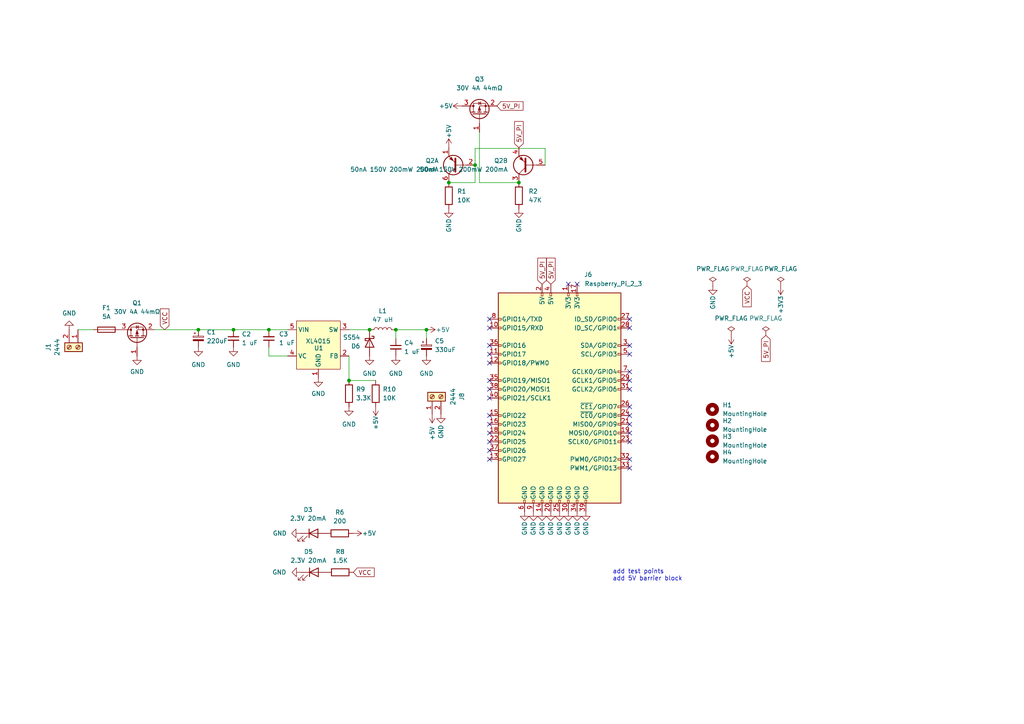
<source format=kicad_sch>
(kicad_sch (version 20211123) (generator eeschema)
  (paper "A4")
  (lib_symbols
    (symbol "Connector:Raspberry_Pi_2_3" (pin_names (offset 1.016))
      (property "Reference" "J" (at -17.78 31.75 0))
      (property "Value" "Raspberry_Pi_2_3" (at 10.16 -31.75 0))
      (symbol "Raspberry_Pi_2_3_0_1"
        (rectangle (start -17.78 30.48) (end 17.78 -30.48) (stroke (width 0.254)) (fill (type background)))
      )
      (symbol "Raspberry_Pi_2_3_1_1"
        (rectangle (start -16.891 -17.526) (end -17.78 -18.034))
        (rectangle (start -16.891 -14.986) (end -17.78 -15.494))
        (rectangle (start -16.891 -12.446) (end -17.78 -12.954))
        (rectangle (start -16.891 -9.906) (end -17.78 -10.414))
        (rectangle (start -16.891 -7.366) (end -17.78 -7.874))
        (rectangle (start -16.891 -4.826) (end -17.78 -5.334))
        (rectangle (start -16.891 0.254) (end -17.78 -0.254))
        (rectangle (start -16.891 2.794) (end -17.78 2.286))
        (rectangle (start -16.891 5.334) (end -17.78 4.826))
        (rectangle (start -16.891 10.414) (end -17.78 9.906))
        (rectangle (start -16.891 12.954) (end -17.78 12.446))
        (rectangle (start -16.891 15.494) (end -17.78 14.986))
        (rectangle (start -16.891 20.574) (end -17.78 20.066))
        (rectangle (start -16.891 23.114) (end -17.78 22.606))
        (rectangle (start -10.414 -29.591) (end -9.906 -30.48))
        (rectangle (start -7.874 -29.591) (end -7.366 -30.48))
        (rectangle (start -5.334 -29.591) (end -4.826 -30.48))
        (rectangle (start -5.334 30.48) (end -4.826 29.591))
        (rectangle (start -2.794 -29.591) (end -2.286 -30.48))
        (rectangle (start -2.794 30.48) (end -2.286 29.591))
        (rectangle (start -0.254 -29.591) (end 0.254 -30.48))
        (rectangle (start 2.286 -29.591) (end 2.794 -30.48))
        (rectangle (start 2.286 30.48) (end 2.794 29.591))
        (rectangle (start 4.826 -29.591) (end 5.334 -30.48))
        (rectangle (start 4.826 30.48) (end 5.334 29.591))
        (rectangle (start 7.366 -29.591) (end 7.874 -30.48))
        (rectangle (start 17.78 -20.066) (end 16.891 -20.574))
        (rectangle (start 17.78 -17.526) (end 16.891 -18.034))
        (rectangle (start 17.78 -12.446) (end 16.891 -12.954))
        (rectangle (start 17.78 -9.906) (end 16.891 -10.414))
        (rectangle (start 17.78 -7.366) (end 16.891 -7.874))
        (rectangle (start 17.78 -4.826) (end 16.891 -5.334))
        (rectangle (start 17.78 -2.286) (end 16.891 -2.794))
        (rectangle (start 17.78 2.794) (end 16.891 2.286))
        (rectangle (start 17.78 5.334) (end 16.891 4.826))
        (rectangle (start 17.78 7.874) (end 16.891 7.366))
        (rectangle (start 17.78 12.954) (end 16.891 12.446))
        (rectangle (start 17.78 15.494) (end 16.891 14.986))
        (rectangle (start 17.78 20.574) (end 16.891 20.066))
        (rectangle (start 17.78 23.114) (end 16.891 22.606))
        (pin power_in line (at 2.54 33.02 270) (length 2.54) (name "3V3") (number "1"))
        (pin bidirectional line (at -20.32 20.32 0) (length 2.54) (name "GPIO15/RXD") (number "10"))
        (pin bidirectional line (at -20.32 12.7 0) (length 2.54) (name "GPIO17") (number "11"))
        (pin bidirectional line (at -20.32 10.16 0) (length 2.54) (name "GPIO18/PWM0") (number "12"))
        (pin bidirectional line (at -20.32 -17.78 0) (length 2.54) (name "GPIO27") (number "13"))
        (pin power_in line (at -5.08 -33.02 90) (length 2.54) (name "GND") (number "14"))
        (pin bidirectional line (at -20.32 -5.08 0) (length 2.54) (name "GPIO22") (number "15"))
        (pin bidirectional line (at -20.32 -7.62 0) (length 2.54) (name "GPIO23") (number "16"))
        (pin power_in line (at 5.08 33.02 270) (length 2.54) (name "3V3") (number "17"))
        (pin bidirectional line (at -20.32 -10.16 0) (length 2.54) (name "GPIO24") (number "18"))
        (pin bidirectional line (at 20.32 -10.16 180) (length 2.54) (name "MOSI0/GPIO10") (number "19"))
        (pin power_in line (at -5.08 33.02 270) (length 2.54) (name "5V") (number "2"))
        (pin power_in line (at -2.54 -33.02 90) (length 2.54) (name "GND") (number "20"))
        (pin bidirectional line (at 20.32 -7.62 180) (length 2.54) (name "MISO0/GPIO9") (number "21"))
        (pin bidirectional line (at -20.32 -12.7 0) (length 2.54) (name "GPIO25") (number "22"))
        (pin bidirectional line (at 20.32 -12.7 180) (length 2.54) (name "SCLK0/GPIO11") (number "23"))
        (pin bidirectional line (at 20.32 -5.08 180) (length 2.54) (name "~{CE0}/GPIO8") (number "24"))
        (pin power_in line (at 0 -33.02 90) (length 2.54) (name "GND") (number "25"))
        (pin bidirectional line (at 20.32 -2.54 180) (length 2.54) (name "~{CE1}/GPIO7") (number "26"))
        (pin bidirectional line (at 20.32 22.86 180) (length 2.54) (name "ID_SD/GPIO0") (number "27"))
        (pin bidirectional line (at 20.32 20.32 180) (length 2.54) (name "ID_SC/GPIO1") (number "28"))
        (pin bidirectional line (at 20.32 5.08 180) (length 2.54) (name "GCLK1/GPIO5") (number "29"))
        (pin bidirectional line (at 20.32 15.24 180) (length 2.54) (name "SDA/GPIO2") (number "3"))
        (pin power_in line (at 2.54 -33.02 90) (length 2.54) (name "GND") (number "30"))
        (pin bidirectional line (at 20.32 2.54 180) (length 2.54) (name "GCLK2/GPIO6") (number "31"))
        (pin bidirectional line (at 20.32 -17.78 180) (length 2.54) (name "PWM0/GPIO12") (number "32"))
        (pin bidirectional line (at 20.32 -20.32 180) (length 2.54) (name "PWM1/GPIO13") (number "33"))
        (pin power_in line (at 5.08 -33.02 90) (length 2.54) (name "GND") (number "34"))
        (pin bidirectional line (at -20.32 5.08 0) (length 2.54) (name "GPIO19/MISO1") (number "35"))
        (pin bidirectional line (at -20.32 15.24 0) (length 2.54) (name "GPIO16") (number "36"))
        (pin bidirectional line (at -20.32 -15.24 0) (length 2.54) (name "GPIO26") (number "37"))
        (pin bidirectional line (at -20.32 2.54 0) (length 2.54) (name "GPIO20/MOSI1") (number "38"))
        (pin power_in line (at 7.62 -33.02 90) (length 2.54) (name "GND") (number "39"))
        (pin power_in line (at -2.54 33.02 270) (length 2.54) (name "5V") (number "4"))
        (pin bidirectional line (at -20.32 0 0) (length 2.54) (name "GPIO21/SCLK1") (number "40"))
        (pin bidirectional line (at 20.32 12.7 180) (length 2.54) (name "SCL/GPIO3") (number "5"))
        (pin power_in line (at -10.16 -33.02 90) (length 2.54) (name "GND") (number "6"))
        (pin bidirectional line (at 20.32 7.62 180) (length 2.54) (name "GCLK0/GPIO4") (number "7"))
        (pin bidirectional line (at -20.32 22.86 0) (length 2.54) (name "GPIO14/TXD") (number "8"))
        (pin power_in line (at -7.62 -33.02 90) (length 2.54) (name "GND") (number "9"))
      )
    )
    (symbol "Connector:Screw_Terminal_01x02" (pin_names (offset 1.016) hide)
      (property "Reference" "J" (at 0 2.54 0))
      (property "Value" "Screw_Terminal_01x02" (at 0 -5.08 0))
      (symbol "Screw_Terminal_01x02_1_1"
        (rectangle (start -1.27 1.27) (end 1.27 -3.81) (stroke (width 0.254)) (fill (type background)))
        (circle (center 0 -2.54) (radius 0.635) (stroke (width 0.1524)))
        (polyline (pts (xy -0.5334 -2.2098) (xy 0.3302 -3.048)) (stroke (width 0.1524)))
        (polyline (pts (xy -0.5334 0.3302) (xy 0.3302 -0.508)) (stroke (width 0.1524)))
        (polyline (pts (xy -0.3556 -2.032) (xy 0.508 -2.8702)) (stroke (width 0.1524)))
        (polyline (pts (xy -0.3556 0.508) (xy 0.508 -0.3302)) (stroke (width 0.1524)))
        (circle (center 0 0) (radius 0.635) (stroke (width 0.1524)))
        (pin passive line (at -5.08 0 0) (length 3.81) (name "Pin_1") (number "1"))
        (pin passive line (at -5.08 -2.54 0) (length 3.81) (name "Pin_2") (number "2"))
      )
    )
    (symbol "Device:C_Polarized_Small" (pin_numbers hide) (pin_names (offset 0.254) hide)
      (property "Reference" "C" (at 0.254 1.778 0))
      (property "Value" "C_Polarized_Small" (at 0.254 -2.032 0))
      (symbol "C_Polarized_Small_0_1"
        (rectangle (start -1.524 -0.3048) (end 1.524 -0.6858) (fill (type outline)))
        (rectangle (start -1.524 0.6858) (end 1.524 0.3048))
        (polyline (pts (xy -1.27 1.524) (xy -0.762 1.524)))
        (polyline (pts (xy -1.016 1.27) (xy -1.016 1.778)))
      )
      (symbol "C_Polarized_Small_1_1"
        (pin passive line (at 0 2.54 270) (length 1.8542) (name "~") (number "1"))
        (pin passive line (at 0 -2.54 90) (length 1.8542) (name "~") (number "2"))
      )
    )
    (symbol "Device:C_Small" (pin_numbers hide) (pin_names (offset 0.254) hide)
      (property "Reference" "C" (at 0.254 1.778 0))
      (property "Value" "C_Small" (at 0.254 -2.032 0))
      (symbol "C_Small_0_1"
        (polyline (pts (xy -1.524 -0.508) (xy 1.524 -0.508)) (stroke (width 0.3302)))
        (polyline (pts (xy -1.524 0.508) (xy 1.524 0.508)) (stroke (width 0.3048)))
      )
      (symbol "C_Small_1_1"
        (pin passive line (at 0 2.54 270) (length 2.032) (name "~") (number "1"))
        (pin passive line (at 0 -2.54 90) (length 2.032) (name "~") (number "2"))
      )
    )
    (symbol "Device:D_Schottky" (pin_numbers hide) (pin_names (offset 1.016) hide)
      (property "Reference" "D" (at 0 2.54 0))
      (property "Value" "D_Schottky" (at 0 -2.54 0))
      (symbol "D_Schottky_0_1"
        (polyline (pts (xy 1.27 0) (xy -1.27 0)))
        (polyline (pts (xy 1.27 1.27) (xy 1.27 -1.27) (xy -1.27 0) (xy 1.27 1.27)) (stroke (width 0.254)))
        (polyline (pts (xy -1.905 0.635) (xy -1.905 1.27) (xy -1.27 1.27) (xy -1.27 -1.27) (xy -0.635 -1.27) (xy -0.635 -0.635)) (stroke (width 0.254)))
      )
      (symbol "D_Schottky_1_1"
        (pin passive line (at -3.81 0 0) (length 2.54) (name "K") (number "1"))
        (pin passive line (at 3.81 0 180) (length 2.54) (name "A") (number "2"))
      )
    )
    (symbol "Device:Fuse" (pin_numbers hide) (pin_names (offset 0))
      (property "Reference" "F" (at 2.032 0 90))
      (property "Value" "Fuse" (at -1.905 0 90))
      (symbol "Fuse_0_1"
        (rectangle (start -0.762 -2.54) (end 0.762 2.54) (stroke (width 0.254)))
        (polyline (pts (xy 0 2.54) (xy 0 -2.54)))
      )
      (symbol "Fuse_1_1"
        (pin passive line (at 0 3.81 270) (length 1.27) (name "~") (number "1"))
        (pin passive line (at 0 -3.81 90) (length 1.27) (name "~") (number "2"))
      )
    )
    (symbol "Device:L" (pin_numbers hide) (pin_names (offset 1.016) hide)
      (property "Reference" "L" (at -1.27 0 90))
      (property "Value" "L" (at 1.905 0 90))
      (symbol "L_0_1"
        (arc (start 0 -2.54) (mid 0.635 -1.905) (end 0 -1.27))
        (arc (start 0 -1.27) (mid 0.635 -0.635) (end 0 0))
        (arc (start 0 0) (mid 0.635 0.635) (end 0 1.27))
        (arc (start 0 1.27) (mid 0.635 1.905) (end 0 2.54))
      )
      (symbol "L_1_1"
        (pin passive line (at 0 3.81 270) (length 1.27) (name "1") (number "1"))
        (pin passive line (at 0 -3.81 90) (length 1.27) (name "2") (number "2"))
      )
    )
    (symbol "Device:LED" (pin_numbers hide) (pin_names (offset 1.016) hide)
      (property "Reference" "D" (at 0 2.54 0))
      (property "Value" "LED" (at 0 -2.54 0))
      (symbol "LED_0_1"
        (polyline (pts (xy -1.27 -1.27) (xy -1.27 1.27)) (stroke (width 0.254)))
        (polyline (pts (xy -1.27 0) (xy 1.27 0)))
        (polyline (pts (xy 1.27 -1.27) (xy 1.27 1.27) (xy -1.27 0) (xy 1.27 -1.27)) (stroke (width 0.254)))
        (polyline (pts (xy -3.048 -0.762) (xy -4.572 -2.286) (xy -3.81 -2.286) (xy -4.572 -2.286) (xy -4.572 -1.524)))
        (polyline (pts (xy -1.778 -0.762) (xy -3.302 -2.286) (xy -2.54 -2.286) (xy -3.302 -2.286) (xy -3.302 -1.524)))
      )
      (symbol "LED_1_1"
        (pin passive line (at -3.81 0 0) (length 2.54) (name "K") (number "1"))
        (pin passive line (at 3.81 0 180) (length 2.54) (name "A") (number "2"))
      )
    )
    (symbol "Device:R" (pin_numbers hide) (pin_names (offset 0))
      (property "Reference" "R" (at 2.032 0 90))
      (property "Value" "R" (at 0 0 90))
      (symbol "R_0_1"
        (rectangle (start -1.016 -2.54) (end 1.016 2.54) (stroke (width 0.254)))
      )
      (symbol "R_1_1"
        (pin passive line (at 0 3.81 270) (length 1.27) (name "~") (number "1"))
        (pin passive line (at 0 -3.81 90) (length 1.27) (name "~") (number "2"))
      )
    )
    (symbol "Mechanical:MountingHole" (pin_names (offset 1.016))
      (property "Reference" "H" (at 0 5.08 0))
      (property "Value" "MountingHole" (at 0 3.175 0))
      (symbol "MountingHole_0_1"
        (circle (center 0 0) (radius 1.27) (stroke (width 1.27)))
      )
    )
    (symbol "Regulator_Switching:XL4015"
      (property "Reference" "U" (at 0 -1.27 0))
      (property "Value" "XL4015" (at 0 1.27 0))
      (symbol "XL4015_0_1"
        (rectangle (start -6.35 6.35) (end 6.35 -7.62) (stroke (width 0.1524)) (fill (type background)))
      )
      (symbol "XL4015_1_1"
        (pin power_in line (at 0 -10.16 90) (length 2.54) (name "GND") (number "1"))
        (pin input line (at 8.89 -3.81 180) (length 2.54) (name "FB") (number "2"))
        (pin power_out line (at 8.89 3.81 180) (length 2.54) (name "SW") (number "3"))
        (pin input line (at -8.89 -3.81 0) (length 2.54) (name "VC") (number "4"))
        (pin power_in line (at -8.89 3.81 0) (length 2.54) (name "VIN") (number "5"))
      )
    )
    (symbol "Transistor_BJT:MMDT5401" (pin_names (offset 0) hide)
      (property "Reference" "Q" (at 5.08 1.27 0))
      (property "Value" "MMDT5401" (at 5.08 -1.27 0))
      (symbol "MMDT5401_0_1"
        (polyline (pts (xy 0.635 0) (xy -2.54 0)))
        (polyline (pts (xy 0.635 0.635) (xy 2.54 2.54)))
        (polyline (pts (xy 0.635 -0.635) (xy 2.54 -2.54) (xy 2.54 -2.54)))
        (polyline (pts (xy 0.635 1.905) (xy 0.635 -1.905) (xy 0.635 -1.905)) (stroke (width 0.508)))
        (polyline (pts (xy 2.286 -1.778) (xy 1.778 -2.286) (xy 1.27 -1.27) (xy 2.286 -1.778) (xy 2.286 -1.778)) (fill (type outline)))
        (circle (center 1.27 0) (radius 2.8194) (stroke (width 0.254)))
      )
      (symbol "MMDT5401_1_1"
        (pin passive line (at 2.54 -5.08 90) (length 2.54) (name "E1") (number "1"))
        (pin input line (at -5.08 0 0) (length 2.54) (name "B1") (number "2"))
        (pin passive line (at 2.54 5.08 270) (length 2.54) (name "C1") (number "6"))
      )
      (symbol "MMDT5401_2_1"
        (pin passive line (at 2.54 5.08 270) (length 2.54) (name "C2") (number "3"))
        (pin passive line (at 2.54 -5.08 90) (length 2.54) (name "E2") (number "4"))
        (pin input line (at -5.08 0 0) (length 2.54) (name "B2") (number "5"))
      )
    )
    (symbol "Transistor_FET:AO3401A" (pin_names hide)
      (property "Reference" "Q" (at 5.08 1.905 0))
      (property "Value" "AO3401A" (at 5.08 0 0))
      (symbol "AO3401A_0_1"
        (polyline (pts (xy 0.254 0) (xy -2.54 0)))
        (polyline (pts (xy 0.254 1.905) (xy 0.254 -1.905)) (stroke (width 0.254)))
        (polyline (pts (xy 0.762 -1.27) (xy 0.762 -2.286)) (stroke (width 0.254)))
        (polyline (pts (xy 0.762 0.508) (xy 0.762 -0.508)) (stroke (width 0.254)))
        (polyline (pts (xy 0.762 2.286) (xy 0.762 1.27)) (stroke (width 0.254)))
        (polyline (pts (xy 2.54 2.54) (xy 2.54 1.778)))
        (polyline (pts (xy 2.54 -2.54) (xy 2.54 0) (xy 0.762 0)))
        (polyline (pts (xy 0.762 1.778) (xy 3.302 1.778) (xy 3.302 -1.778) (xy 0.762 -1.778)))
        (polyline (pts (xy 2.286 0) (xy 1.27 0.381) (xy 1.27 -0.381) (xy 2.286 0)) (fill (type outline)))
        (polyline (pts (xy 2.794 -0.508) (xy 2.921 -0.381) (xy 3.683 -0.381) (xy 3.81 -0.254)))
        (polyline (pts (xy 3.302 -0.381) (xy 2.921 0.254) (xy 3.683 0.254) (xy 3.302 -0.381)))
        (circle (center 1.651 0) (radius 2.794) (stroke (width 0.254)))
        (circle (center 2.54 -1.778) (radius 0.254) (fill (type outline)))
        (circle (center 2.54 1.778) (radius 0.254) (fill (type outline)))
      )
      (symbol "AO3401A_1_1"
        (pin input line (at -5.08 0 0) (length 2.54) (name "G") (number "1"))
        (pin passive line (at 2.54 -5.08 90) (length 2.54) (name "S") (number "2"))
        (pin passive line (at 2.54 5.08 270) (length 2.54) (name "D") (number "3"))
      )
    )
    (symbol "power:+3V3" (power) (pin_names (offset 0))
      (property "Value" "+3V3" (at 0 3.556 0))
      (symbol "+3V3_0_1"
        (polyline (pts (xy -0.762 1.27) (xy 0 2.54)))
        (polyline (pts (xy 0 0) (xy 0 2.54)))
        (polyline (pts (xy 0 2.54) (xy 0.762 1.27)))
      )
      (symbol "+3V3_1_1"
        (pin power_in line (at 0 0 90) (length 0) hide (name "+3V3") (number "1"))
      )
    )
    (symbol "power:+5V" (power) (pin_names (offset 0))
      (property "Value" "+5V" (at 0 3.556 0))
      (symbol "+5V_0_1"
        (polyline (pts (xy -0.762 1.27) (xy 0 2.54)))
        (polyline (pts (xy 0 0) (xy 0 2.54)))
        (polyline (pts (xy 0 2.54) (xy 0.762 1.27)))
      )
      (symbol "+5V_1_1"
        (pin power_in line (at 0 0 90) (length 0) hide (name "+5V") (number "1"))
      )
    )
    (symbol "power:GND" (power) (pin_names (offset 0))
      (property "Value" "GND" (at 0 -3.81 0))
      (symbol "GND_0_1"
        (polyline (pts (xy 0 0) (xy 0 -1.27) (xy 1.27 -1.27) (xy 0 -2.54) (xy -1.27 -1.27) (xy 0 -1.27)))
      )
      (symbol "GND_1_1"
        (pin power_in line (at 0 0 270) (length 0) hide (name "GND") (number "1"))
      )
    )
    (symbol "power:PWR_FLAG" (power) (pin_numbers hide) (pin_names (offset 0) hide)
      (property "Value" "PWR_FLAG" (at 0 3.81 0))
      (symbol "PWR_FLAG_0_0"
        (pin power_out line (at 0 0 90) (length 0) (name "pwr") (number "1"))
      )
      (symbol "PWR_FLAG_0_1"
        (polyline (pts (xy 0 0) (xy 0 1.27) (xy -1.016 1.905) (xy 0 2.54) (xy 1.016 1.905) (xy 0 1.27)))
      )
    )
  )
  (junction (at 137.795 47.879))
  (junction (at 77.978 95.631))
  (junction (at 67.7164 95.631))
  (junction (at 57.531 95.631))
  (junction (at 107.188 95.631))
  (junction (at 114.808 95.631))
  (junction (at 123.698 95.631))
  (junction (at 150.495 52.959))
  (junction (at 130.175 52.959))
  (junction (at 101.219 110.363))
  (no_connect (at 164.846 82.423))
  (no_connect (at 182.626 92.583))
  (no_connect (at 182.626 95.123))
  (no_connect (at 141.986 133.223))
  (no_connect (at 141.986 125.603))
  (no_connect (at 141.986 123.063))
  (no_connect (at 141.986 128.143))
  (no_connect (at 141.986 130.683))
  (no_connect (at 141.986 115.443))
  (no_connect (at 141.986 110.363))
  (no_connect (at 141.986 120.523))
  (no_connect (at 141.986 112.903))
  (no_connect (at 141.986 105.283))
  (no_connect (at 182.626 135.763))
  (no_connect (at 182.626 110.363))
  (no_connect (at 182.626 112.903))
  (no_connect (at 182.626 107.823))
  (no_connect (at 182.626 133.223))
  (no_connect (at 182.626 117.983))
  (no_connect (at 141.986 100.203))
  (no_connect (at 141.986 102.743))
  (no_connect (at 182.626 120.523))
  (no_connect (at 182.626 123.063))
  (no_connect (at 182.626 125.603))
  (no_connect (at 182.626 128.143))
  (no_connect (at 141.986 92.583))
  (no_connect (at 141.986 95.123))
  (no_connect (at 167.386 82.423))
  (no_connect (at 182.626 100.203))
  (no_connect (at 182.626 102.743))
  (wire (pts (xy 139.065 52.959) (xy 150.495 52.959)))
  (wire (pts (xy 158.115 43.053) (xy 158.115 47.879)))
  (wire (pts (xy 101.219 110.363) (xy 108.966 110.363)))
  (wire (pts (xy 22.606 95.631) (xy 27.051 95.631)))
  (wire (pts (xy 44.831 95.631) (xy 57.531 95.631)))
  (wire (pts (xy 101.219 95.631) (xy 107.188 95.631)))
  (wire (pts (xy 137.795 43.053) (xy 158.115 43.053)))
  (wire (pts (xy 77.978 95.631) (xy 83.439 95.631)))
  (wire (pts (xy 137.795 47.879) (xy 137.795 52.959)))
  (wire (pts (xy 123.698 95.631) (xy 123.698 98.171)))
  (wire (pts (xy 114.808 95.631) (xy 114.808 98.171)))
  (wire (pts (xy 137.795 52.959) (xy 130.175 52.959)))
  (wire (pts (xy 137.795 47.879) (xy 137.795 43.053)))
  (wire (pts (xy 114.808 95.631) (xy 123.698 95.631)))
  (wire (pts (xy 77.978 100.711) (xy 77.978 103.251)))
  (wire (pts (xy 101.219 103.251) (xy 101.219 110.363)))
  (wire (pts (xy 67.7164 95.631) (xy 77.978 95.631)))
  (wire (pts (xy 139.065 52.959) (xy 139.065 38.354)))
  (wire (pts (xy 77.978 103.251) (xy 83.439 103.251)))
  (wire (pts (xy 57.531 95.631) (xy 67.7164 95.631)))
  (text "add test points\nadd 5V barrier block" (at 177.673 168.656 0) (effects (font (size 1.27 1.27)) (justify left bottom)))
  (global_label "5V_PI" (shape input) (at 222.123 97.282 270) (property "Intersheet References" "${INTERSHEET_REFS}" (effects hide)))
  (global_label "5V_PI" (shape input) (at 157.226 82.423 90) (property "Intersheet References" "${INTERSHEET_REFS}" (effects hide)))
  (global_label "5V_PI" (shape input) (at 144.145 30.734 0) (property "Intersheet References" "${INTERSHEET_REFS}" (effects hide)))
  (global_label "VCC" (shape input) (at 216.662 82.931 270) (property "Intersheet References" "${INTERSHEET_REFS}" (effects hide)))
  (global_label "5V_PI" (shape input) (at 159.766 82.423 90) (property "Intersheet References" "${INTERSHEET_REFS}" (effects hide)))
  (global_label "5V_PI" (shape input) (at 150.495 42.799 90) (property "Intersheet References" "${INTERSHEET_REFS}" (effects hide)))
  (global_label "VCC" (shape input) (at 47.752 95.631 90) (property "Intersheet References" "${INTERSHEET_REFS}" (effects hide)))
  (global_label "VCC" (shape input) (at 102.489 165.989 0) (property "Intersheet References" "${INTERSHEET_REFS}" (effects hide)))
  (symbol (lib_id "power:+3V3") (at 226.441 82.931 180) (unit 1)
    (property "Reference" "#PWR050" (effects hide))
    (property "Value" "+3V3" (at 226.441 88.392 90))
  )
  (symbol (lib_id "power:GND") (at 67.7164 100.711 0) (unit 1)
    (property "Reference" "#PWR04" (effects hide))
    (property "Value" "GND" (at 67.7164 105.791 0))
  )
  (symbol (lib_id "power:GND") (at 20.066 95.631 180) (unit 1)
    (property "Reference" "#PWR01" (effects hide))
    (property "Value" "GND" (at 20.066 90.8558 0))
  )
  (symbol (lib_id "power:+5V") (at 108.966 117.983 180) (unit 1)
    (property "Reference" "#PWR045" (effects hide))
    (property "Value" "+5V" (at 108.966 124.714 90) (effects (justify right)))
  )
  (symbol (lib_id "power:GND") (at 159.766 148.463 0) (unit 1)
    (property "Reference" "#PWR022" (effects hide))
    (property "Value" "GND" (at 159.766 153.289 90))
  )
  (symbol (lib_id "Device:LED") (at 90.932 154.686 0) (unit 1)
    (property "Reference" "D3" (at 89.3445 147.828 0))
    (property "Value" "2.3V 20mA" (at 89.3445 150.368 0))
    (property "Footprint" "LED_SMD:LED_0603_1608Metric" (effects hide))
    (property "LCSC" "C72038" (effects hide))
    (property "PCBway" "19-213/Y2C-CQ2R2L/3T(CY)" (effects hide))
    (property "abv.Footprint" "0603" (effects hide))
    (property "ManfNum" "19-213/Y2C-CQ2R2L/3T(CY)" (effects hide))
  )
  (symbol (lib_id "Mechanical:MountingHole") (at 206.629 132.461 0) (unit 1) (in_bom no)
    (property "Reference" "H4" (at 209.55 131.1909 0) (effects (justify left)))
    (property "Value" "MountingHole" (at 209.55 133.7309 0) (effects (justify left)))
    (property "Footprint" "MountingHole:MountingHole_2.7mm_M2.5_DIN965_Pad" (effects hide))
  )
  (symbol (lib_id "power:GND") (at 107.188 103.251 0) (unit 1)
    (property "Reference" "#PWR044" (effects hide))
    (property "Value" "GND" (at 107.188 108.331 0))
  )
  (symbol (lib_id "power:PWR_FLAG") (at 222.123 97.282 0) (unit 1)
    (property "Reference" "#FLG04" (effects hide))
    (property "Value" "PWR_FLAG" (at 222.123 92.329 0))
  )
  (symbol (lib_id "power:GND") (at 152.146 148.463 0) (unit 1)
    (property "Reference" "#PWR019" (effects hide))
    (property "Value" "GND" (at 152.146 153.289 90))
  )
  (symbol (lib_id "Device:C_Small") (at 114.808 100.711 0) (unit 1)
    (property "Reference" "C4" (at 117.221 99.4472 0) (effects (justify left)))
    (property "Value" "1 uF" (at 117.221 101.9872 0) (effects (justify left)))
    (property "Footprint" "Capacitor_SMD:C_0603_1608Metric" (effects hide))
    (property "LCSC" "C15849" (effects hide))
    (property "PCBway" "CL10A105KB8NNNC" (effects hide))
    (property "abv.Footprint" "0603" (effects hide))
    (property "ManfNum" "CL10A105KB8NNNC" (effects hide))
  )
  (symbol (lib_id "power:PWR_FLAG") (at 212.09 97.282 0) (unit 1)
    (property "Reference" "#FLG03" (effects hide))
    (property "Value" "PWR_FLAG" (at 212.09 92.329 0))
  )
  (symbol (lib_id "power:+5V") (at 123.698 95.631 270) (unit 1)
    (property "Reference" "#PWR053" (effects hide))
    (property "Value" "+5V" (at 130.429 95.631 90) (effects (justify right)))
  )
  (symbol (lib_id "Device:C_Small") (at 77.978 98.171 180) (unit 1)
    (property "Reference" "C3" (at 80.899 96.8945 0) (effects (justify right)))
    (property "Value" "1 uF" (at 80.899 99.4345 0) (effects (justify right)))
    (property "Footprint" "Capacitor_SMD:C_0603_1608Metric" (effects hide))
    (property "LCSC" "C15849" (effects hide))
    (property "PCBway" "CL10A105KB8NNNC" (effects hide))
    (property "abv.Footprint" "0603" (effects hide))
    (property "ManfNum" "CL10A105KB8NNNC" (effects hide))
  )
  (symbol (lib_id "power:+5V") (at 130.175 42.799 0) (unit 1)
    (property "Reference" "#PWR013" (effects hide))
    (property "Value" "+5V" (at 130.175 36.068 90) (effects (justify right)))
  )
  (symbol (lib_id "Device:C_Small") (at 67.7164 98.171 0) (unit 1)
    (property "Reference" "C2" (at 70.1294 96.9072 0) (effects (justify left)))
    (property "Value" "1 uF" (at 70.1294 99.4472 0) (effects (justify left)))
    (property "Footprint" "Capacitor_SMD:C_0603_1608Metric" (effects hide))
    (property "LCSC" "C15849" (effects hide))
    (property "PCBway" "CL10A105KB8NNNC" (effects hide))
    (property "abv.Footprint" "0603" (effects hide))
    (property "ManfNum" "CL10A105KB8NNNC" (effects hide))
  )
  (symbol (lib_id "Connector:Screw_Terminal_01x02") (at 22.606 100.711 270) (unit 1) (in_bom no)
    (property "Reference" "J1" (at 14.0208 100.711 0))
    (property "Value" "2444" (at 16.5608 100.711 0))
    (property "Footprint" "TerminalBlock_4Ucon:TerminalBlock_4Ucon_1x02_P3.50mm_Horizontal" (effects hide))
  )
  (symbol (lib_id "power:GND") (at 162.306 148.463 0) (unit 1)
    (property "Reference" "#PWR023" (effects hide))
    (property "Value" "GND" (at 162.306 153.289 90))
  )
  (symbol (lib_id "Device:R") (at 98.679 165.989 90) (unit 1)
    (property "Reference" "R8" (at 98.679 160.02 90))
    (property "Value" "1.5K" (at 98.679 162.56 90))
    (property "Footprint" "Resistor_SMD:R_0402_1005Metric" (effects hide))
    (property "LCSC" "C25867" (effects hide))
    (property "PCBway" "0402WGF1501TCE" (effects hide))
    (property "abv.Footprint" "0402" (effects hide))
    (property "ManfNum" "0402WGF1501TCE" (effects hide))
  )
  (symbol (lib_id "power:PWR_FLAG") (at 226.441 82.931 0) (unit 1)
    (property "Reference" "#FLG05" (effects hide))
    (property "Value" "PWR_FLAG" (at 226.441 77.978 0))
  )
  (symbol (lib_id "Mechanical:MountingHole") (at 206.629 127.889 0) (unit 1) (in_bom no)
    (property "Reference" "H3" (at 209.55 126.6189 0) (effects (justify left)))
    (property "Value" "MountingHole" (at 209.55 129.1589 0) (effects (justify left)))
    (property "Footprint" "MountingHole:MountingHole_2.7mm_M2.5_DIN965_Pad" (effects hide))
  )
  (symbol (lib_id "power:GND") (at 164.846 148.463 0) (unit 1)
    (property "Reference" "#PWR025" (effects hide))
    (property "Value" "GND" (at 164.846 153.289 90))
  )
  (symbol (lib_id "power:GND") (at 127.889 120.142 0) (unit 1)
    (property "Reference" "#PWR08" (effects hide))
    (property "Value" "GND" (at 127.889 125.222 90))
  )
  (symbol (lib_id "power:GND") (at 57.531 100.711 0) (unit 1)
    (property "Reference" "#PWR03" (effects hide))
    (property "Value" "GND" (at 57.531 105.791 0))
  )
  (symbol (lib_id "power:GND") (at 206.756 82.931 0) (unit 1)
    (property "Reference" "#PWR048" (effects hide))
    (property "Value" "GND" (at 206.756 87.757 90))
  )
  (symbol (lib_id "Mechanical:MountingHole") (at 206.629 123.317 0) (unit 1) (in_bom no)
    (property "Reference" "H2" (at 209.55 122.0469 0) (effects (justify left)))
    (property "Value" "MountingHole" (at 209.55 124.5869 0) (effects (justify left)))
    (property "Footprint" "MountingHole:MountingHole_2.7mm_M2.5_DIN965_Pad" (effects hide))
  )
  (symbol (lib_id "power:+5V") (at 125.349 120.142 180) (unit 1)
    (property "Reference" "#PWR05" (effects hide))
    (property "Value" "+5V" (at 125.349 125.73 90))
  )
  (symbol (lib_id "Device:C_Polarized_Small") (at 57.531 98.171 0) (unit 1)
    (property "Reference" "C1" (at 59.944 96.3548 0) (effects (justify left)))
    (property "Value" "220uF" (at 59.944 98.8948 0) (effects (justify left)))
    (property "Footprint" "Capacitor_SMD:CP_Elec_10x10" (effects hide))
    (property "LCSC" "C176670" (effects hide))
    (property "PCBway" "VEJ221M1HTR-1010" (effects hide))
    (property "abv.Footprint" "SMD-ECAP-10x10" (effects hide))
    (property "ManfNum" "VEJ221M1HTR-1010" (effects hide))
  )
  (symbol (lib_id "power:GND") (at 39.751 103.251 0) (unit 1)
    (property "Reference" "#PWR02" (effects hide))
    (property "Value" "GND" (at 39.751 107.823 0))
  )
  (symbol (lib_id "power:GND") (at 87.122 154.686 270) (unit 1)
    (property "Reference" "#PWR046" (effects hide))
    (property "Value" "GND" (at 83.185 154.6859 90) (effects (justify right)))
  )
  (symbol (lib_id "power:+5V") (at 102.362 154.686 270) (unit 1)
    (property "Reference" "#PWR036" (effects hide))
    (property "Value" "+5V" (at 109.093 154.686 90) (effects (justify right)))
  )
  (symbol (lib_id "power:PWR_FLAG") (at 206.756 82.931 0) (unit 1)
    (property "Reference" "#FLG01" (effects hide))
    (property "Value" "PWR_FLAG" (at 206.756 77.978 0))
  )
  (symbol (lib_id "power:PWR_FLAG") (at 216.662 82.931 0) (unit 1)
    (property "Reference" "#FLG02" (effects hide))
    (property "Value" "PWR_FLAG" (at 216.662 77.978 0))
  )
  (symbol (lib_id "Device:R") (at 150.495 56.769 0) (unit 1)
    (property "Reference" "R2" (at 153.289 55.4989 0) (effects (justify left)))
    (property "Value" "47K" (at 153.289 58.0389 0) (effects (justify left)))
    (property "Footprint" "Resistor_SMD:R_0402_1005Metric" (effects hide))
    (property "LCSC" "C25792" (effects hide))
    (property "PCBway" "0402WGF4702TCE" (effects hide))
    (property "abv.Footprint" "0402" (effects hide))
    (property "ManfNum" "0402WGF4702TCE" (effects hide))
  )
  (symbol (lib_id "Device:R") (at 98.552 154.686 90) (unit 1)
    (property "Reference" "R6" (at 98.552 148.59 90))
    (property "Value" "200" (at 98.552 151.13 90))
    (property "Footprint" "Resistor_SMD:R_0402_1005Metric" (effects hide))
    (property "LCSC" "C25087" (effects hide))
    (property "PCBway" "0402WGF2000TCE" (effects hide))
    (property "abv.Footprint" "0402" (effects hide))
    (property "ManfNum" "0402WGF2000TCE" (effects hide))
  )
  (symbol (lib_id "Device:C_Polarized_Small") (at 123.698 100.711 0) (unit 1)
    (property "Reference" "C5" (at 126.111 98.8948 0) (effects (justify left)))
    (property "Value" "330uF" (at 126.111 101.4348 0) (effects (justify left)))
    (property "Footprint" "Capacitor_SMD:CP_Elec_6.3x7.7" (effects hide))
    (property "LCSC" "C58277" (effects hide))
    (property "PCBway" "RVT1A331M0607" (effects hide))
    (property "abv.Footprint" "SMD_6.3x7.7mm" (effects hide))
    (property "ManfNum" "RVT1A331M0607" (effects hide))
  )
  (symbol (lib_id "Transistor_BJT:MMDT5401") (at 153.035 47.879 180) (unit 2)
    (property "Reference" "Q2" (at 147.32 46.6089 0) (effects (justify left)))
    (property "Value" "50nA 150V 200mW 200mA" (at 147.32 49.1489 0) (effects (justify left)))
    (property "Footprint" "Package_TO_SOT_SMD:SOT-363_SC-70-6" (effects hide))
    (property "Datasheet" "http://www.diodes.com/_files/datasheets/ds30169.pdf" (effects hide))
    (property "LCSC" "C54540" (effects hide))
    (property "PCBway" "MMDT5401" (effects hide))
    (property "abv.Footprint" "SOT-363" (effects hide))
    (property "ManfNum" "MMDT5401" (effects hide))
  )
  (symbol (lib_id "Device:Fuse") (at 30.861 95.631 90) (unit 1)
    (property "Reference" "F1" (at 30.861 89.281 90))
    (property "Value" "5A" (at 30.861 91.821 90))
    (property "Footprint" "Fuse:Fuseholder_Blade_Mini_Keystone_3568" (effects hide))
    (property "abv.Footprint" "SMD-2_5.03x9.73x3.81" (effects hide))
    (property "ManfNum" "0154005.DR" (effects hide))
  )
  (symbol (lib_id "power:GND") (at 154.686 148.463 0) (unit 1)
    (property "Reference" "#PWR020" (effects hide))
    (property "Value" "GND" (at 154.686 153.289 90))
  )
  (symbol (lib_id "Device:LED") (at 91.059 165.989 0) (unit 1)
    (property "Reference" "D5" (at 89.4715 160.02 0))
    (property "Value" "2.3V 20mA" (at 89.4715 162.56 0))
    (property "Footprint" "LED_SMD:LED_0603_1608Metric" (effects hide))
    (property "LCSC" "C72038" (effects hide))
    (property "PCBway" "19-213/Y2C-CQ2R2L/3T(CY)" (effects hide))
    (property "abv.Footprint" "0603" (effects hide))
    (property "ManfNum" "19-213/Y2C-CQ2R2L/3T(CY)" (effects hide))
  )
  (symbol (lib_id "Device:D_Schottky") (at 107.188 99.441 270) (unit 1)
    (property "Reference" "D6" (at 104.521 100.3936 90) (effects (justify right)))
    (property "Value" "SS54" (at 104.521 97.8536 90) (effects (justify right)))
    (property "Footprint" "Diode_SMD:D_SMA" (effects hide))
    (property "LCSC" "C22452" (effects hide))
    (property "PCBway" "SS54" (effects hide))
    (property "abv.Footprint" "DO-214AC" (effects hide))
    (property "ManfNum" "SS54" (effects hide))
  )
  (symbol (lib_id "power:+5V") (at 133.985 30.734 90) (unit 1)
    (property "Reference" "#PWR016" (effects hide))
    (property "Value" "+5V" (at 127.254 30.734 90) (effects (justify right)))
  )
  (symbol (lib_id "Regulator_Switching:XL4015") (at 92.329 99.441 0) (unit 1)
    (property "Reference" "U1" (at 91.059 100.965 0) (effects (justify left)))
    (property "Value" "XL4015" (at 88.646 98.933 0) (effects (justify left)))
    (property "Footprint" "Package_TO_SOT_SMD:TO-263-5_TabPin3" (effects hide))
    (property "LCSC" "C51661" (effects hide))
    (property "PCBway" "XL4015E1" (effects hide))
    (property "abv.Footprint" "TO-263-5" (effects hide))
    (property "ManfNum" "XL4015E1" (effects hide))
  )
  (symbol (lib_id "power:GND") (at 169.926 148.463 0) (unit 1)
    (property "Reference" "#PWR028" (effects hide))
    (property "Value" "GND" (at 169.926 153.289 90))
  )
  (symbol (lib_id "power:GND") (at 114.808 103.251 0) (unit 1)
    (property "Reference" "#PWR052" (effects hide))
    (property "Value" "GND" (at 114.808 108.331 0))
  )
  (symbol (lib_id "power:GND") (at 167.386 148.463 0) (unit 1)
    (property "Reference" "#PWR027" (effects hide))
    (property "Value" "GND" (at 167.386 153.289 90))
  )
  (symbol (lib_id "Connector:Screw_Terminal_01x02") (at 125.349 115.062 90) (unit 1) (in_bom no)
    (property "Reference" "J8" (at 133.9342 115.062 0))
    (property "Value" "2444" (at 131.3942 115.062 0))
    (property "Footprint" "Connector_JST:JST_XH_B2B-XH-A_1x02_P2.50mm_Vertical" (effects hide))
  )
  (symbol (lib_id "power:GND") (at 157.226 148.463 0) (unit 1)
    (property "Reference" "#PWR021" (effects hide))
    (property "Value" "GND" (at 157.226 153.289 90))
  )
  (symbol (lib_id "power:GND") (at 130.175 60.579 0) (unit 1)
    (property "Reference" "#PWR014" (effects hide))
    (property "Value" "GND" (at 130.175 65.405 90))
  )
  (symbol (lib_id "power:GND") (at 150.495 60.579 0) (unit 1)
    (property "Reference" "#PWR018" (effects hide))
    (property "Value" "GND" (at 150.495 65.405 90))
  )
  (symbol (lib_id "power:GND") (at 87.249 165.989 270) (unit 1)
    (property "Reference" "#PWR051" (effects hide))
    (property "Value" "GND" (at 83.058 165.9889 90) (effects (justify right)))
  )
  (symbol (lib_id "Transistor_BJT:MMDT5401") (at 132.715 47.879 180) (unit 1)
    (property "Reference" "Q2" (at 127.254 46.6089 0) (effects (justify left)))
    (property "Value" "50nA 150V 200mW 200mA" (at 127.254 49.1489 0) (effects (justify left)))
    (property "Footprint" "Package_TO_SOT_SMD:SOT-363_SC-70-6" (effects hide))
    (property "Datasheet" "http://www.diodes.com/_files/datasheets/ds30169.pdf" (effects hide))
    (property "LCSC" "C54540" (effects hide))
    (property "PCBway" "MMDT5401" (effects hide))
    (property "abv.Footprint" "SOT-363" (effects hide))
    (property "ManfNum" "MMDT5401" (effects hide))
  )
  (symbol (lib_id "power:GND") (at 123.698 103.251 0) (unit 1)
    (property "Reference" "#PWR054" (effects hide))
    (property "Value" "GND" (at 123.698 108.331 0))
  )
  (symbol (lib_id "Transistor_FET:AO3401A") (at 39.751 98.171 90) (unit 1)
    (property "Reference" "Q1" (at 39.751 87.884 90))
    (property "Value" "30V 4A 44mΩ" (at 39.751 90.424 90))
    (property "Footprint" "Package_TO_SOT_SMD:SOT-23" (effects hide))
    (property "Datasheet" "http://www.aosmd.com/pdfs/datasheet/AO3401A.pdf" (effects hide))
    (property "LCSC" "C15127" (effects hide))
    (property "ManfNum" "AO3401A" (effects hide))
    (property "abv.Footprint" "SOT-23" (effects hide))
  )
  (symbol (lib_id "Transistor_FET:AO3401A") (at 139.065 33.274 90) (unit 1)
    (property "Reference" "Q3" (at 139.065 22.987 90))
    (property "Value" "30V 4A 44mΩ" (at 139.065 25.527 90))
    (property "Footprint" "Package_TO_SOT_SMD:SOT-23" (effects hide))
    (property "Datasheet" "http://www.aosmd.com/pdfs/datasheet/AO3401A.pdf" (effects hide))
    (property "LCSC" "C15127" (effects hide))
    (property "abv.Footprint" "SOT-23" (effects hide))
    (property "ManfNum" "AO3401A" (effects hide))
  )
  (symbol (lib_id "Device:L") (at 110.998 95.631 90) (unit 1)
    (property "Reference" "L1" (at 110.998 90.17 90))
    (property "Value" "47 uH" (at 110.998 92.71 90))
    (property "Footprint" "Inductor_SMD:L_12x12mm_H6mm" (effects hide))
    (property "LCSC" "C497913" (effects hide))
    (property "PCBway" "YSPI1365-470M" (effects hide))
    (property "abv.Footprint" "12x12" (effects hide))
    (property "ManfNum" "YSPI1365-470M" (effects hide))
  )
  (symbol (lib_id "Connector:Raspberry_Pi_2_3") (at 162.306 115.443 0) (unit 1) (in_bom no)
    (property "Reference" "J6" (at 169.4054 79.629 0) (effects (justify left)))
    (property "Value" "Raspberry_Pi_2_3" (at 169.5324 82.296 0) (effects (justify left)))
    (property "Footprint" "Connector_PinSocket_2.54mm:PinSocket_2x20_P2.54mm_Vertical" (effects hide))
    (property "Datasheet" "https://www.raspberrypi.org/documentation/hardware/raspberrypi/schematics/rpi_SCH_3bplus_1p0_reduced.pdf" (effects hide))
  )
  (symbol (lib_id "Device:R") (at 101.219 114.173 0) (unit 1)
    (property "Reference" "R9" (at 103.251 112.9029 0) (effects (justify left)))
    (property "Value" "3.3K" (at 103.251 115.4429 0) (effects (justify left)))
    (property "Footprint" "Resistor_SMD:R_0603_1608Metric" (effects hide))
    (property "LCSC" "C22978" (effects hide))
    (property "PCBway" "0603WAF3301T5E" (effects hide))
    (property "abv.Footprint" "0603" (effects hide))
    (property "ManfNum" "0603WAF3301T5E" (effects hide))
  )
  (symbol (lib_id "Device:R") (at 108.966 114.173 0) (unit 1)
    (property "Reference" "R10" (at 110.998 112.9029 0) (effects (justify left)))
    (property "Value" "10K" (at 110.998 115.4429 0) (effects (justify left)))
    (property "Footprint" "Resistor_SMD:R_0603_1608Metric" (effects hide))
    (property "LCSC" "C25804" (effects hide))
    (property "PCBway" "0603WAF1002T5E" (effects hide))
    (property "abv.Footprint" "0603" (effects hide))
    (property "ManfNum" "0603WAF1002T5E" (effects hide))
  )
  (symbol (lib_id "Device:R") (at 130.175 56.769 0) (unit 1)
    (property "Reference" "R1" (at 132.588 55.4989 0) (effects (justify left)))
    (property "Value" "10K" (at 132.588 58.0389 0) (effects (justify left)))
    (property "Footprint" "Resistor_SMD:R_0402_1005Metric" (effects hide))
    (property "LCSC" "C25804" (effects hide))
    (property "PCBway" "0603WAF1002T5E" (effects hide))
    (property "abv.Footprint" "0402" (effects hide))
    (property "ManfNum" "0603WAF1002T5E" (effects hide))
  )
  (symbol (lib_id "power:GND") (at 101.219 117.983 0) (unit 1)
    (property "Reference" "#PWR038" (effects hide))
    (property "Value" "GND" (at 101.219 123.063 0))
  )
  (symbol (lib_id "Mechanical:MountingHole") (at 206.629 118.745 0) (unit 1) (in_bom no)
    (property "Reference" "H1" (at 209.55 117.4749 0) (effects (justify left)))
    (property "Value" "MountingHole" (at 209.55 120.0149 0) (effects (justify left)))
    (property "Footprint" "MountingHole:MountingHole_2.7mm_M2.5_DIN965_Pad" (effects hide))
  )
  (symbol (lib_id "power:GND") (at 92.329 109.601 0) (unit 1)
    (property "Reference" "#PWR012" (effects hide))
    (property "Value" "GND" (at 92.329 114.173 0))
  )
  (symbol (lib_id "power:+5V") (at 212.09 97.282 180) (unit 1)
    (property "Reference" "#PWR049" (effects hide))
    (property "Value" "+5V" (at 212.09 104.013 90) (effects (justify right)))
  )
)
</source>
